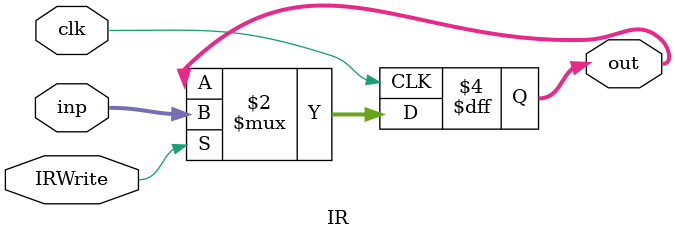
<source format=v>
module IR(clk,IRWrite,inp,out);
	input clk,IRWrite;
	input [31:0] inp;
	output reg [31:0] out;
	always@(posedge clk)
		if (IRWrite) out <= inp;
endmodule

</source>
